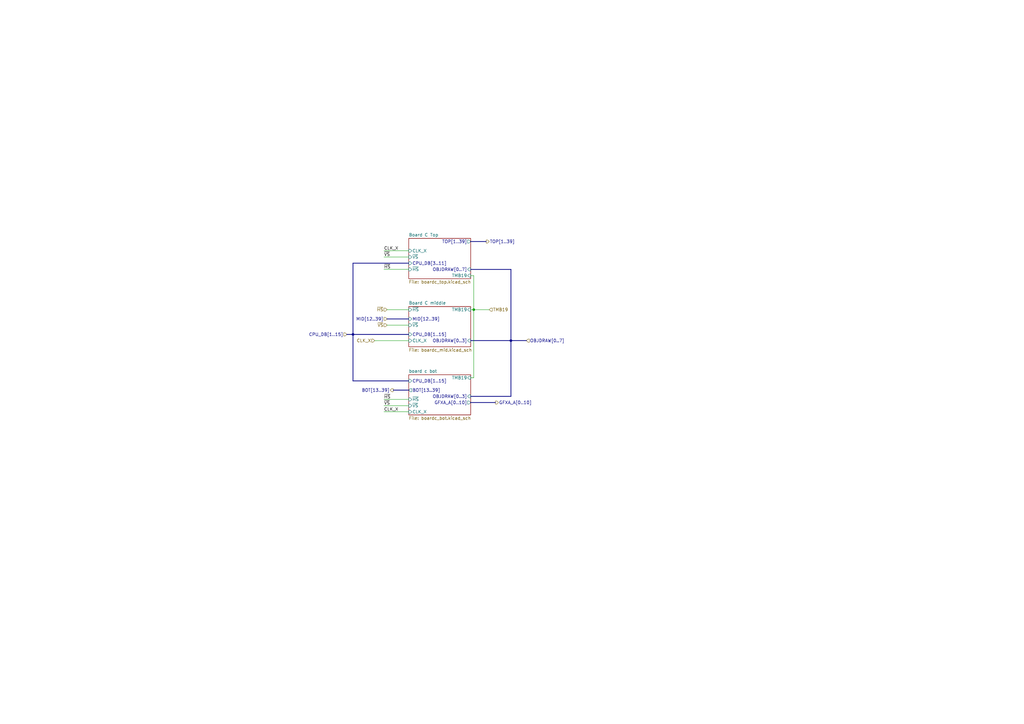
<source format=kicad_sch>
(kicad_sch (version 20211123) (generator eeschema)
  (paper "A3")
  (title_block (title "Kyukyoku Tiger -Bootleg-") (date "2022-04-29") (rev "J. Tejada") (company "JOTEGO") (comment 1 "Esperanza D. Triana"))
  (lib_symbols)
  (junction (at 144.78 137.16))
  (junction (at 209.55 139.7))
  (junction (at 194.31 127))
  (wire (pts (xy 194.31 113.03) (xy 194.31 127)))
  (wire (pts (xy 194.31 127) (xy 200.66 127)))
  (wire (pts (xy 158.75 133.35) (xy 167.64 133.35)))
  (bus (pts (xy 193.04 165.1) (xy 203.2 165.1)))
  (bus (pts (xy 209.55 139.7) (xy 209.55 162.56)))
  (wire (pts (xy 157.48 102.87) (xy 167.64 102.87)))
  (bus (pts (xy 209.55 110.49) (xy 209.55 139.7)))
  (wire (pts (xy 194.31 127) (xy 193.04 127)))
  (bus (pts (xy 209.55 162.56) (xy 193.04 162.56)))
  (wire (pts (xy 194.31 154.94) (xy 193.04 154.94)))
  (bus (pts (xy 193.04 139.7) (xy 209.55 139.7)))
  (bus (pts (xy 215.9 139.7) (xy 209.55 139.7)))
  (bus (pts (xy 144.78 156.21) (xy 167.64 156.21)))
  (wire (pts (xy 193.04 113.03) (xy 194.31 113.03)))
  (wire (pts (xy 167.64 110.49) (xy 157.48 110.49)))
  (bus (pts (xy 199.39 99.06) (xy 193.04 99.06)))
  (wire (pts (xy 153.67 139.7) (xy 167.64 139.7)))
  (wire (pts (xy 157.48 166.37) (xy 167.64 166.37)))
  (bus (pts (xy 158.75 130.81) (xy 167.64 130.81)))
  (wire (pts (xy 158.75 127) (xy 167.64 127)))
  (wire (pts (xy 194.31 127) (xy 194.31 154.94)))
  (bus (pts (xy 167.64 107.95) (xy 144.78 107.95)))
  (wire (pts (xy 157.48 163.83) (xy 167.64 163.83)))
  (bus (pts (xy 144.78 137.16) (xy 144.78 156.21)))
  (bus (pts (xy 193.04 110.49) (xy 209.55 110.49)))
  (bus (pts (xy 142.24 137.16) (xy 144.78 137.16)))
  (bus (pts (xy 144.78 107.95) (xy 144.78 137.16)))
  (bus (pts (xy 167.64 160.02) (xy 161.29 160.02)))
  (wire (pts (xy 157.48 168.91) (xy 167.64 168.91)))
  (wire (pts (xy 157.48 105.41) (xy 167.64 105.41)))
  (bus (pts (xy 167.64 137.16) (xy 144.78 137.16)))
  (label "~{VS}" (at 157.48 166.37 0))
  (label "~{VS}" (at 157.48 105.41 0))
  (label "CLK_X" (at 157.48 102.87 0))
  (label "CLK_X" (at 157.48 168.91 0))
  (label "~{HS}" (at 157.48 163.83 0))
  (label "~{HS}" (at 157.48 110.49 0))
  (hierarchical_label "TMB19" (shape input) (at 200.66 127 0))
  (hierarchical_label "GFXA_A[0..10]" (shape output) (at 203.2 165.1 0))
  (hierarchical_label "CPU_DB[1..15]" (shape input) (at 142.24 137.16 180))
  (hierarchical_label "~{VS}" (shape input) (at 158.75 133.35 180))
  (hierarchical_label "OBJDRAW[0..7]" (shape input) (at 215.9 139.7 0))
  (hierarchical_label "~{HS}" (shape input) (at 158.75 127 180))
  (hierarchical_label "TOP[1..39]" (shape output) (at 199.39 99.06 0))
  (hierarchical_label "BOT[13..39]" (shape output) (at 161.29 160.02 180))
  (hierarchical_label "MID[12..39]" (shape input) (at 158.75 130.81 180))
  (hierarchical_label "CLK_X" (shape input) (at 153.67 139.7 180))
  (sheet (at 167.64 97.79) (size 25.4 16.51)
    (property "Sheet name" "Board C Top" (at 167.64 97.0784 0) (effects (justify left bottom)))
    (property "Sheet file" "boardc_top.kicad_sch" (at 167.64 114.8846 0) (effects (justify left top)))
    (pin "TOP[1..39]" output (at 193.04 99.06 0))
    (pin "TMB19" input (at 193.04 113.03 0))
    (pin "CLK_X" input (at 167.64 102.87 180))
    (pin "OBJDRAW[0..7]" input (at 193.04 110.49 0))
    (pin "CPU_DB[3..11]" input (at 167.64 107.95 180))
    (pin "~{VS}" input (at 167.64 105.41 180))
    (pin "~{HS}" input (at 167.64 110.49 180))
  )
  (sheet (at 167.64 153.67) (size 25.4 16.51)
    (property "Sheet name" "board c bot" (at 167.64 152.9584 0) (effects (justify left bottom)))
    (property "Sheet file" "boardc_bot.kicad_sch" (at 167.64 170.7646 0) (effects (justify left top)))
    (pin "TMB19" input (at 193.04 154.94 0))
    (pin "CPU_DB[1..15]" input (at 167.64 156.21 180))
    (pin "BOT[13..39]" output (at 167.64 160.02 180))
    (pin "~{HS}" input (at 167.64 163.83 180))
    (pin "~{VS}" input (at 167.64 166.37 180))
    (pin "OBJDRAW[0..3]" input (at 193.04 162.56 0))
    (pin "GFXA_A[0..10]" output (at 193.04 165.1 0))
    (pin "CLK_X" input (at 167.64 168.91 180))
  )
  (sheet (at 167.64 125.73) (size 25.4 16.51)
    (property "Sheet name" "Board C middle" (at 167.64 125.0184 0) (effects (justify left bottom)))
    (property "Sheet file" "boardc_mid.kicad_sch" (at 167.64 142.8246 0) (effects (justify left top)))
    (pin "TMB19" input (at 193.04 127 0))
    (pin "MID[12..39]" input (at 167.64 130.81 180))
    (pin "OBJDRAW[0..3]" input (at 193.04 139.7 0))
    (pin "CPU_DB[1..15]" input (at 167.64 137.16 180))
    (pin "~{VS}" input (at 167.64 133.35 180))
    (pin "~{HS}" input (at 167.64 127 180))
    (pin "CLK_X" input (at 167.64 139.7 180))
  )
)
</source>
